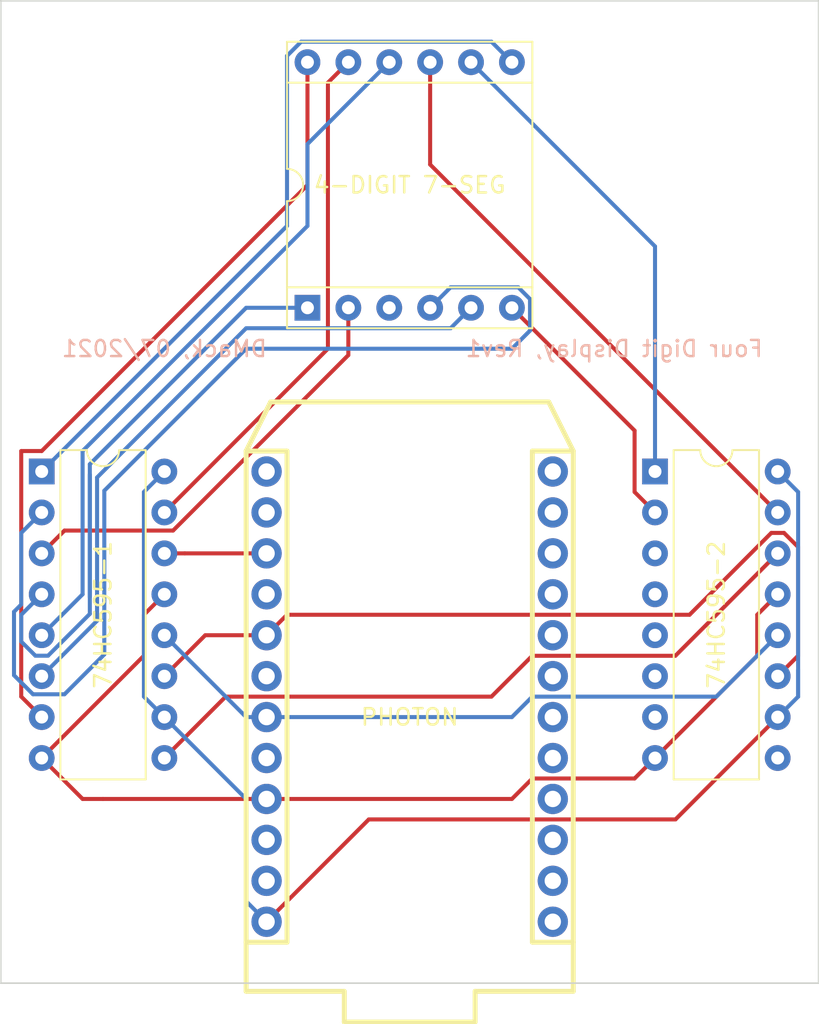
<source format=kicad_pcb>
(kicad_pcb (version 20171130) (host pcbnew "(5.1.6-0-10_14)")

  (general
    (thickness 1.6)
    (drawings 6)
    (tracks 108)
    (zones 0)
    (modules 8)
    (nets 44)
  )

  (page A4)
  (layers
    (0 F.Cu signal)
    (31 B.Cu signal)
    (32 B.Adhes user hide)
    (33 F.Adhes user hide)
    (34 B.Paste user hide)
    (35 F.Paste user hide)
    (36 B.SilkS user)
    (37 F.SilkS user)
    (38 B.Mask user hide)
    (39 F.Mask user hide)
    (40 Dwgs.User user hide)
    (41 Cmts.User user hide)
    (42 Eco1.User user hide)
    (43 Eco2.User user hide)
    (44 Edge.Cuts user)
    (45 Margin user hide)
    (46 B.CrtYd user hide)
    (47 F.CrtYd user)
    (48 B.Fab user)
    (49 F.Fab user hide)
  )

  (setup
    (last_trace_width 0.25)
    (trace_clearance 0.2)
    (zone_clearance 0.508)
    (zone_45_only no)
    (trace_min 0.2)
    (via_size 0.8)
    (via_drill 0.4)
    (via_min_size 0.4)
    (via_min_drill 0.3)
    (uvia_size 0.3)
    (uvia_drill 0.1)
    (uvias_allowed no)
    (uvia_min_size 0.2)
    (uvia_min_drill 0.1)
    (edge_width 0.05)
    (segment_width 0.2)
    (pcb_text_width 0.3)
    (pcb_text_size 1.5 1.5)
    (mod_edge_width 0.12)
    (mod_text_size 1 1)
    (mod_text_width 0.15)
    (pad_size 1.524 1.524)
    (pad_drill 0.762)
    (pad_to_mask_clearance 0.05)
    (aux_axis_origin 0 0)
    (visible_elements FFFFFF7F)
    (pcbplotparams
      (layerselection 0x010fc_ffffffff)
      (usegerberextensions false)
      (usegerberattributes true)
      (usegerberadvancedattributes true)
      (creategerberjobfile true)
      (excludeedgelayer true)
      (linewidth 0.100000)
      (plotframeref false)
      (viasonmask false)
      (mode 1)
      (useauxorigin false)
      (hpglpennumber 1)
      (hpglpenspeed 20)
      (hpglpendiameter 15.000000)
      (psnegative false)
      (psa4output false)
      (plotreference true)
      (plotvalue true)
      (plotinvisibletext false)
      (padsonsilk false)
      (subtractmaskfromsilk false)
      (outputformat 1)
      (mirror false)
      (drillshape 1)
      (scaleselection 1)
      (outputdirectory ""))
  )

  (net 0 "")
  (net 1 "Net-(J1-Pad12)")
  (net 2 "Net-(J1-Pad11)")
  (net 3 "Net-(J1-Pad10)")
  (net 4 "Net-(J1-Pad9)")
  (net 5 "Net-(J1-Pad8)")
  (net 6 "Net-(J1-Pad7)")
  (net 7 "Net-(J1-Pad6)")
  (net 8 "Net-(J1-Pad5)")
  (net 9 "/74HC595(1)")
  (net 10 "Net-(J1-Pad3)")
  (net 11 "Net-(J1-Pad2)")
  (net 12 "Net-(J1-Pad1)")
  (net 13 "Net-(J2-Pad10)")
  (net 14 "Net-(J2-Pad13)")
  (net 15 "Net-(J2-Pad14)")
  (net 16 "Net-(J2-Pad12)")
  (net 17 "Net-(J2-Pad11)")
  (net 18 "Net-(J2-Pad9)")
  (net 19 "Net-(J3-Pad7)")
  (net 20 "Net-(J3-Pad6)")
  (net 21 "Net-(J3-Pad5)")
  (net 22 "Net-(J3-Pad4)")
  (net 23 "Net-(J3-Pad3)")
  (net 24 "Net-(J3-Pad9)")
  (net 25 "Net-(J4-Pad12)")
  (net 26 "Net-(J4-Pad23)")
  (net 27 "Net-(J4-Pad11)")
  (net 28 "Net-(J4-Pad22)")
  (net 29 "Net-(J4-Pad10)")
  (net 30 "Net-(J4-Pad9)")
  (net 31 "Net-(J4-Pad20)")
  (net 32 "Net-(J4-Pad8)")
  (net 33 "Net-(J4-Pad7)")
  (net 34 "Net-(J4-Pad18)")
  (net 35 "Net-(J4-Pad6)")
  (net 36 "Net-(J4-Pad5)")
  (net 37 "Net-(J4-Pad16)")
  (net 38 "Net-(J4-Pad4)")
  (net 39 "Net-(J4-Pad3)")
  (net 40 "Net-(J4-Pad14)")
  (net 41 "Net-(J4-Pad2)")
  (net 42 "Net-(J4-Pad13)")
  (net 43 "Net-(J4-Pad1)")

  (net_class Default "This is the default net class."
    (clearance 0.2)
    (trace_width 0.25)
    (via_dia 0.8)
    (via_drill 0.4)
    (uvia_dia 0.3)
    (uvia_drill 0.1)
    (add_net "/74HC595(1)")
    (add_net "Net-(J1-Pad1)")
    (add_net "Net-(J1-Pad10)")
    (add_net "Net-(J1-Pad11)")
    (add_net "Net-(J1-Pad12)")
    (add_net "Net-(J1-Pad2)")
    (add_net "Net-(J1-Pad3)")
    (add_net "Net-(J1-Pad5)")
    (add_net "Net-(J1-Pad6)")
    (add_net "Net-(J1-Pad7)")
    (add_net "Net-(J1-Pad8)")
    (add_net "Net-(J1-Pad9)")
    (add_net "Net-(J2-Pad10)")
    (add_net "Net-(J2-Pad11)")
    (add_net "Net-(J2-Pad12)")
    (add_net "Net-(J2-Pad13)")
    (add_net "Net-(J2-Pad14)")
    (add_net "Net-(J2-Pad9)")
    (add_net "Net-(J3-Pad3)")
    (add_net "Net-(J3-Pad4)")
    (add_net "Net-(J3-Pad5)")
    (add_net "Net-(J3-Pad6)")
    (add_net "Net-(J3-Pad7)")
    (add_net "Net-(J3-Pad9)")
    (add_net "Net-(J4-Pad1)")
    (add_net "Net-(J4-Pad10)")
    (add_net "Net-(J4-Pad11)")
    (add_net "Net-(J4-Pad12)")
    (add_net "Net-(J4-Pad13)")
    (add_net "Net-(J4-Pad14)")
    (add_net "Net-(J4-Pad16)")
    (add_net "Net-(J4-Pad18)")
    (add_net "Net-(J4-Pad2)")
    (add_net "Net-(J4-Pad20)")
    (add_net "Net-(J4-Pad22)")
    (add_net "Net-(J4-Pad23)")
    (add_net "Net-(J4-Pad3)")
    (add_net "Net-(J4-Pad4)")
    (add_net "Net-(J4-Pad5)")
    (add_net "Net-(J4-Pad6)")
    (add_net "Net-(J4-Pad7)")
    (add_net "Net-(J4-Pad8)")
    (add_net "Net-(J4-Pad9)")
  )

  (module MountingHole:MountingHole_2.5mm (layer F.Cu) (tedit 56D1B4CB) (tstamp 60E34F25)
    (at 152.4 102.87)
    (descr "Mounting Hole 2.5mm, no annular")
    (tags "mounting hole 2.5mm no annular")
    (attr virtual)
    (fp_text reference REF** (at 0 -3.5) (layer F.SilkS) hide
      (effects (font (size 1 1) (thickness 0.15)))
    )
    (fp_text value MountingHole_2.5mm (at 0 3.5) (layer F.Fab)
      (effects (font (size 1 1) (thickness 0.15)))
    )
    (fp_circle (center 0 0) (end 2.5 0) (layer Cmts.User) (width 0.15))
    (fp_circle (center 0 0) (end 2.75 0) (layer F.CrtYd) (width 0.05))
    (fp_text user %R (at 0.3 0) (layer F.Fab)
      (effects (font (size 1 1) (thickness 0.15)))
    )
    (pad 1 np_thru_hole circle (at 0 0) (size 2.5 2.5) (drill 2.5) (layers *.Cu *.Mask))
  )

  (module Package_DIP:DIP-12_W12.70mm_Socket (layer F.Cu) (tedit 60E33EFD) (tstamp 60E3CB61)
    (at 127 67.31 90)
    (descr "12-lead though-hole mounted DIP package, row spacing 12.70 mm (500 mils), Socket")
    (tags "THT DIP DIL PDIP 2.54mm 12.70mm 500mil Socket")
    (path /60C8E57A)
    (fp_text reference "4-DIGIT 7-SEG" (at 7.62 6.35 180) (layer F.SilkS)
      (effects (font (size 1.016 1.016) (thickness 0.1524)))
    )
    (fp_text value Conn_02x06_Counter_Clockwise (at 7.62 16.51 90) (layer F.Fab)
      (effects (font (size 0.75 0.75) (thickness 0.1)))
    )
    (fp_line (start -2.54 -2.54) (end 17.78 -2.54) (layer F.CrtYd) (width 0.12))
    (fp_line (start 16.51 13.97) (end 16.51 -1.27) (layer F.SilkS) (width 0.12))
    (fp_line (start -1.27 -1.27) (end -1.27 13.97) (layer F.SilkS) (width 0.12))
    (fp_line (start 16.51 -1.27) (end 8.62 -1.27) (layer F.SilkS) (width 0.12))
    (fp_line (start 13.97 13.97) (end 13.97 -1.27) (layer F.SilkS) (width 0.12))
    (fp_line (start -1.27 13.97) (end 16.51 13.97) (layer F.SilkS) (width 0.12))
    (fp_line (start 1.27 -1.27) (end 1.27 13.97) (layer F.SilkS) (width 0.12))
    (fp_line (start 6.62 -1.27) (end -1.27 -1.27) (layer F.SilkS) (width 0.12))
    (fp_line (start 16.51 13.97) (end 16.51 -1.27) (layer F.Fab) (width 0.1))
    (fp_line (start -1.27 -1.27) (end -1.27 13.97) (layer F.Fab) (width 0.1))
    (fp_line (start 0 13.97) (end 0 -1.27) (layer F.Fab) (width 0.1))
    (fp_line (start 16.51 13.97) (end -1.27 13.97) (layer F.Fab) (width 0.1))
    (fp_line (start 15.24 -1.27) (end 15.24 13.97) (layer F.Fab) (width 0.1))
    (fp_line (start -1.27 -1.27) (end 16.51 -1.27) (layer F.Fab) (width 0.1))
    (fp_line (start 17.78 -2.54) (end 17.78 15.24) (layer F.CrtYd) (width 0.12))
    (fp_line (start 17.78 15.24) (end -2.54 15.24) (layer F.CrtYd) (width 0.12))
    (fp_line (start -2.54 15.24) (end -2.54 -2.54) (layer F.CrtYd) (width 0.12))
    (fp_text user %R (at 7.62 6.35 90) (layer F.Fab)
      (effects (font (size 1 1) (thickness 0.15)))
    )
    (fp_arc (start 7.62 -1.27) (end 6.62 -1.27) (angle -180) (layer F.SilkS) (width 0.12))
    (pad 12 thru_hole oval (at 15.24 0 90) (size 1.6 1.6) (drill 0.8) (layers *.Cu *.Mask)
      (net 1 "Net-(J1-Pad12)"))
    (pad 11 thru_hole oval (at 15.24 2.54 90) (size 1.6 1.6) (drill 0.8) (layers *.Cu *.Mask)
      (net 2 "Net-(J1-Pad11)"))
    (pad 10 thru_hole oval (at 15.24 5.08 90) (size 1.6 1.6) (drill 0.8) (layers *.Cu *.Mask)
      (net 3 "Net-(J1-Pad10)"))
    (pad 9 thru_hole oval (at 15.24 7.62 90) (size 1.6 1.6) (drill 0.8) (layers *.Cu *.Mask)
      (net 4 "Net-(J1-Pad9)"))
    (pad 8 thru_hole oval (at 15.24 10.16 90) (size 1.6 1.6) (drill 0.8) (layers *.Cu *.Mask)
      (net 5 "Net-(J1-Pad8)"))
    (pad 7 thru_hole oval (at 15.24 12.7 90) (size 1.6 1.6) (drill 0.8) (layers *.Cu *.Mask)
      (net 6 "Net-(J1-Pad7)"))
    (pad 6 thru_hole oval (at 0 12.7 90) (size 1.6 1.6) (drill 0.8) (layers *.Cu *.Mask)
      (net 7 "Net-(J1-Pad6)"))
    (pad 5 thru_hole oval (at 0 10.16 90) (size 1.6 1.6) (drill 0.8) (layers *.Cu *.Mask)
      (net 8 "Net-(J1-Pad5)"))
    (pad 4 thru_hole oval (at 0 7.62 90) (size 1.6 1.6) (drill 0.8) (layers *.Cu *.Mask)
      (net 9 "/74HC595(1)"))
    (pad 3 thru_hole oval (at 0 5.08 90) (size 1.6 1.6) (drill 0.8) (layers *.Cu *.Mask)
      (net 10 "Net-(J1-Pad3)"))
    (pad 2 thru_hole oval (at 0 2.54 90) (size 1.6 1.6) (drill 0.8) (layers *.Cu *.Mask)
      (net 11 "Net-(J1-Pad2)"))
    (pad 1 thru_hole rect (at 0 0 90) (size 1.6 1.6) (drill 0.8) (layers *.Cu *.Mask)
      (net 12 "Net-(J1-Pad1)"))
  )

  (module MountingHole:MountingHole_2.5mm (layer F.Cu) (tedit 56D1B4CB) (tstamp 60CD5429)
    (at 152.4 54.61)
    (descr "Mounting Hole 2.5mm, no annular")
    (tags "mounting hole 2.5mm no annular")
    (attr virtual)
    (fp_text reference REF** (at 0 -3.5) (layer F.SilkS) hide
      (effects (font (size 1 1) (thickness 0.15)))
    )
    (fp_text value MountingHole_2.5mm (at 0 3.5) (layer F.Fab)
      (effects (font (size 1 1) (thickness 0.15)))
    )
    (fp_circle (center 0 0) (end 2.5 0) (layer Cmts.User) (width 0.15))
    (fp_circle (center 0 0) (end 2.75 0) (layer F.CrtYd) (width 0.05))
    (fp_text user %R (at 0.3 0) (layer F.Fab)
      (effects (font (size 1 1) (thickness 0.15)))
    )
    (pad 1 np_thru_hole circle (at 0 0) (size 2.5 2.5) (drill 2.5) (layers *.Cu *.Mask))
  )

  (module MountingHole:MountingHole_2.5mm (layer F.Cu) (tedit 56D1B4CB) (tstamp 60CD5405)
    (at 114.3 54.61)
    (descr "Mounting Hole 2.5mm, no annular")
    (tags "mounting hole 2.5mm no annular")
    (attr virtual)
    (fp_text reference REF** (at 0 -3.5) (layer F.SilkS) hide
      (effects (font (size 1 1) (thickness 0.15)))
    )
    (fp_text value MountingHole_2.5mm (at 0 3.5) (layer F.Fab)
      (effects (font (size 1 1) (thickness 0.15)))
    )
    (fp_circle (center 0 0) (end 2.5 0) (layer Cmts.User) (width 0.15))
    (fp_circle (center 0 0) (end 2.75 0) (layer F.CrtYd) (width 0.05))
    (fp_text user %R (at 0.3 0) (layer F.Fab)
      (effects (font (size 1 1) (thickness 0.15)))
    )
    (pad 1 np_thru_hole circle (at 0 0) (size 2.5 2.5) (drill 2.5) (layers *.Cu *.Mask))
  )

  (module MountingHole:MountingHole_2.5mm (layer F.Cu) (tedit 56D1B4CB) (tstamp 60CD52DD)
    (at 114.3 102.87)
    (descr "Mounting Hole 2.5mm, no annular")
    (tags "mounting hole 2.5mm no annular")
    (attr virtual)
    (fp_text reference REF** (at 0 -3.5) (layer F.SilkS) hide
      (effects (font (size 1 1) (thickness 0.15)))
    )
    (fp_text value MountingHole_2.5mm (at 0 3.5) (layer F.Fab)
      (effects (font (size 1 1) (thickness 0.15)))
    )
    (fp_circle (center 0 0) (end 2.5 0) (layer Cmts.User) (width 0.15))
    (fp_circle (center 0 0) (end 2.75 0) (layer F.CrtYd) (width 0.05))
    (fp_text user %R (at 0.3 0) (layer F.Fab)
      (effects (font (size 1 1) (thickness 0.15)))
    )
    (pad 1 np_thru_hole circle (at 0 0) (size 2.5 2.5) (drill 2.5) (layers *.Cu *.Mask))
  )

  (module Package_DIP:DIP-16_W7.62mm (layer F.Cu) (tedit 5A02E8C5) (tstamp 60CB57BD)
    (at 148.59 77.47)
    (descr "16-lead though-hole mounted DIP package, row spacing 7.62 mm (300 mils)")
    (tags "THT DIP DIL PDIP 2.54mm 7.62mm 300mil")
    (path /60C9AD65)
    (fp_text reference 74HC595-2 (at 3.81 8.89 90) (layer F.SilkS)
      (effects (font (size 1.016 1.016) (thickness 0.1524)))
    )
    (fp_text value Conn_02x08_Counter_Clockwise (at 3.81 20.11) (layer F.Fab)
      (effects (font (size 1 1) (thickness 0.15)))
    )
    (fp_line (start 1.635 -1.27) (end 6.985 -1.27) (layer F.Fab) (width 0.1))
    (fp_line (start 6.985 -1.27) (end 6.985 19.05) (layer F.Fab) (width 0.1))
    (fp_line (start 6.985 19.05) (end 0.635 19.05) (layer F.Fab) (width 0.1))
    (fp_line (start 0.635 19.05) (end 0.635 -0.27) (layer F.Fab) (width 0.1))
    (fp_line (start 0.635 -0.27) (end 1.635 -1.27) (layer F.Fab) (width 0.1))
    (fp_line (start 2.81 -1.33) (end 1.16 -1.33) (layer F.SilkS) (width 0.12))
    (fp_line (start 1.16 -1.33) (end 1.16 19.11) (layer F.SilkS) (width 0.12))
    (fp_line (start 1.16 19.11) (end 6.46 19.11) (layer F.SilkS) (width 0.12))
    (fp_line (start 6.46 19.11) (end 6.46 -1.33) (layer F.SilkS) (width 0.12))
    (fp_line (start 6.46 -1.33) (end 4.81 -1.33) (layer F.SilkS) (width 0.12))
    (fp_line (start -1.1 -1.55) (end -1.1 19.3) (layer F.CrtYd) (width 0.05))
    (fp_line (start -1.1 19.3) (end 8.7 19.3) (layer F.CrtYd) (width 0.05))
    (fp_line (start 8.7 19.3) (end 8.7 -1.55) (layer F.CrtYd) (width 0.05))
    (fp_line (start 8.7 -1.55) (end -1.1 -1.55) (layer F.CrtYd) (width 0.05))
    (fp_text user %R (at 3.81 8.89) (layer F.Fab)
      (effects (font (size 1 1) (thickness 0.15)))
    )
    (fp_arc (start 3.81 -1.33) (end 2.81 -1.33) (angle -180) (layer F.SilkS) (width 0.12))
    (pad 16 thru_hole oval (at 7.62 0) (size 1.6 1.6) (drill 0.8) (layers *.Cu *.Mask)
      (net 13 "Net-(J2-Pad10)"))
    (pad 8 thru_hole oval (at 0 17.78) (size 1.6 1.6) (drill 0.8) (layers *.Cu *.Mask)
      (net 14 "Net-(J2-Pad13)"))
    (pad 15 thru_hole oval (at 7.62 2.54) (size 1.6 1.6) (drill 0.8) (layers *.Cu *.Mask)
      (net 4 "Net-(J1-Pad9)"))
    (pad 7 thru_hole oval (at 0 15.24) (size 1.6 1.6) (drill 0.8) (layers *.Cu *.Mask)
      (net 19 "Net-(J3-Pad7)"))
    (pad 14 thru_hole oval (at 7.62 5.08) (size 1.6 1.6) (drill 0.8) (layers *.Cu *.Mask)
      (net 18 "Net-(J2-Pad9)"))
    (pad 6 thru_hole oval (at 0 12.7) (size 1.6 1.6) (drill 0.8) (layers *.Cu *.Mask)
      (net 20 "Net-(J3-Pad6)"))
    (pad 13 thru_hole oval (at 7.62 7.62) (size 1.6 1.6) (drill 0.8) (layers *.Cu *.Mask)
      (net 14 "Net-(J2-Pad13)"))
    (pad 5 thru_hole oval (at 0 10.16) (size 1.6 1.6) (drill 0.8) (layers *.Cu *.Mask)
      (net 21 "Net-(J3-Pad5)"))
    (pad 12 thru_hole oval (at 7.62 10.16) (size 1.6 1.6) (drill 0.8) (layers *.Cu *.Mask)
      (net 16 "Net-(J2-Pad12)"))
    (pad 4 thru_hole oval (at 0 7.62) (size 1.6 1.6) (drill 0.8) (layers *.Cu *.Mask)
      (net 22 "Net-(J3-Pad4)"))
    (pad 11 thru_hole oval (at 7.62 12.7) (size 1.6 1.6) (drill 0.8) (layers *.Cu *.Mask)
      (net 17 "Net-(J2-Pad11)"))
    (pad 3 thru_hole oval (at 0 5.08) (size 1.6 1.6) (drill 0.8) (layers *.Cu *.Mask)
      (net 23 "Net-(J3-Pad3)"))
    (pad 10 thru_hole oval (at 7.62 15.24) (size 1.6 1.6) (drill 0.8) (layers *.Cu *.Mask)
      (net 13 "Net-(J2-Pad10)"))
    (pad 2 thru_hole oval (at 0 2.54) (size 1.6 1.6) (drill 0.8) (layers *.Cu *.Mask)
      (net 7 "Net-(J1-Pad6)"))
    (pad 9 thru_hole oval (at 7.62 17.78) (size 1.6 1.6) (drill 0.8) (layers *.Cu *.Mask)
      (net 24 "Net-(J3-Pad9)"))
    (pad 1 thru_hole rect (at 0 0) (size 1.6 1.6) (drill 0.8) (layers *.Cu *.Mask)
      (net 5 "Net-(J1-Pad8)"))
    (model ${KISYS3DMOD}/Package_DIP.3dshapes/DIP-16_W7.62mm.wrl
      (at (xyz 0 0 0))
      (scale (xyz 1 1 1))
      (rotate (xyz 0 0 0))
    )
  )

  (module Package_DIP:DIP-16_W7.62mm (layer F.Cu) (tedit 5A02E8C5) (tstamp 60CB5799)
    (at 110.49 77.47)
    (descr "16-lead though-hole mounted DIP package, row spacing 7.62 mm (300 mils)")
    (tags "THT DIP DIL PDIP 2.54mm 7.62mm 300mil")
    (path /60C97E35)
    (fp_text reference 74HC595-1 (at 3.81 8.89 90) (layer F.SilkS)
      (effects (font (size 1.016 1.016) (thickness 0.1524)))
    )
    (fp_text value Conn_02x08_Counter_Clockwise (at 3.81 20.11) (layer F.Fab)
      (effects (font (size 1 1) (thickness 0.15)))
    )
    (fp_line (start 1.635 -1.27) (end 6.985 -1.27) (layer F.Fab) (width 0.1))
    (fp_line (start 6.985 -1.27) (end 6.985 19.05) (layer F.Fab) (width 0.1))
    (fp_line (start 6.985 19.05) (end 0.635 19.05) (layer F.Fab) (width 0.1))
    (fp_line (start 0.635 19.05) (end 0.635 -0.27) (layer F.Fab) (width 0.1))
    (fp_line (start 0.635 -0.27) (end 1.635 -1.27) (layer F.Fab) (width 0.1))
    (fp_line (start 2.81 -1.33) (end 1.16 -1.33) (layer F.SilkS) (width 0.12))
    (fp_line (start 1.16 -1.33) (end 1.16 19.11) (layer F.SilkS) (width 0.12))
    (fp_line (start 1.16 19.11) (end 6.46 19.11) (layer F.SilkS) (width 0.12))
    (fp_line (start 6.46 19.11) (end 6.46 -1.33) (layer F.SilkS) (width 0.12))
    (fp_line (start 6.46 -1.33) (end 4.81 -1.33) (layer F.SilkS) (width 0.12))
    (fp_line (start -1.1 -1.55) (end -1.1 19.3) (layer F.CrtYd) (width 0.05))
    (fp_line (start -1.1 19.3) (end 8.7 19.3) (layer F.CrtYd) (width 0.05))
    (fp_line (start 8.7 19.3) (end 8.7 -1.55) (layer F.CrtYd) (width 0.05))
    (fp_line (start 8.7 -1.55) (end -1.1 -1.55) (layer F.CrtYd) (width 0.05))
    (fp_text user %R (at 3.81 8.89) (layer F.Fab)
      (effects (font (size 1 1) (thickness 0.15)))
    )
    (fp_arc (start 3.81 -1.33) (end 2.81 -1.33) (angle -180) (layer F.SilkS) (width 0.12))
    (pad 16 thru_hole oval (at 7.62 0) (size 1.6 1.6) (drill 0.8) (layers *.Cu *.Mask)
      (net 13 "Net-(J2-Pad10)"))
    (pad 8 thru_hole oval (at 0 17.78) (size 1.6 1.6) (drill 0.8) (layers *.Cu *.Mask)
      (net 14 "Net-(J2-Pad13)"))
    (pad 15 thru_hole oval (at 7.62 2.54) (size 1.6 1.6) (drill 0.8) (layers *.Cu *.Mask)
      (net 2 "Net-(J1-Pad11)"))
    (pad 7 thru_hole oval (at 0 15.24) (size 1.6 1.6) (drill 0.8) (layers *.Cu *.Mask)
      (net 1 "Net-(J1-Pad12)"))
    (pad 14 thru_hole oval (at 7.62 5.08) (size 1.6 1.6) (drill 0.8) (layers *.Cu *.Mask)
      (net 15 "Net-(J2-Pad14)"))
    (pad 6 thru_hole oval (at 0 12.7) (size 1.6 1.6) (drill 0.8) (layers *.Cu *.Mask)
      (net 8 "Net-(J1-Pad5)"))
    (pad 13 thru_hole oval (at 7.62 7.62) (size 1.6 1.6) (drill 0.8) (layers *.Cu *.Mask)
      (net 14 "Net-(J2-Pad13)"))
    (pad 5 thru_hole oval (at 0 10.16) (size 1.6 1.6) (drill 0.8) (layers *.Cu *.Mask)
      (net 3 "Net-(J1-Pad10)"))
    (pad 12 thru_hole oval (at 7.62 10.16) (size 1.6 1.6) (drill 0.8) (layers *.Cu *.Mask)
      (net 16 "Net-(J2-Pad12)"))
    (pad 4 thru_hole oval (at 0 7.62) (size 1.6 1.6) (drill 0.8) (layers *.Cu *.Mask)
      (net 12 "Net-(J1-Pad1)"))
    (pad 11 thru_hole oval (at 7.62 12.7) (size 1.6 1.6) (drill 0.8) (layers *.Cu *.Mask)
      (net 17 "Net-(J2-Pad11)"))
    (pad 3 thru_hole oval (at 0 5.08) (size 1.6 1.6) (drill 0.8) (layers *.Cu *.Mask)
      (net 11 "Net-(J1-Pad2)"))
    (pad 10 thru_hole oval (at 7.62 15.24) (size 1.6 1.6) (drill 0.8) (layers *.Cu *.Mask)
      (net 13 "Net-(J2-Pad10)"))
    (pad 2 thru_hole oval (at 0 2.54) (size 1.6 1.6) (drill 0.8) (layers *.Cu *.Mask)
      (net 9 "/74HC595(1)"))
    (pad 9 thru_hole oval (at 7.62 17.78) (size 1.6 1.6) (drill 0.8) (layers *.Cu *.Mask)
      (net 18 "Net-(J2-Pad9)"))
    (pad 1 thru_hole rect (at 0 0) (size 1.6 1.6) (drill 0.8) (layers *.Cu *.Mask)
      (net 6 "Net-(J1-Pad7)"))
    (model ${KISYS3DMOD}/Package_DIP.3dshapes/DIP-16_W7.62mm.wrl
      (at (xyz 0 0 0))
      (scale (xyz 1 1 1))
      (rotate (xyz 0 0 0))
    )
  )

  (module Particle-Devices:PHOTON (layer F.Cu) (tedit 0) (tstamp 60E3CC8D)
    (at 143.51 72.39 180)
    (path /60C9CA92)
    (fp_text reference PHOTON (at 10.16 -20.32) (layer F.SilkS)
      (effects (font (size 1.016 1.016) (thickness 0.1524)))
    )
    (fp_text value Conn_02x12_Counter_Clockwise (at 7.62 30.27) (layer F.Fab)
      (effects (font (size 1 1) (thickness 0.15)))
    )
    (fp_poly (pts (xy 1.016 -18.034) (xy 1.016 -17.526) (xy 1.524 -17.526) (xy 1.524 -18.034)) (layer F.Fab) (width 0))
    (fp_poly (pts (xy 1.016 -20.574) (xy 1.016 -20.066) (xy 1.524 -20.066) (xy 1.524 -20.574)) (layer F.Fab) (width 0))
    (fp_poly (pts (xy 1.016 -23.114) (xy 1.016 -22.606) (xy 1.524 -22.606) (xy 1.524 -23.114)) (layer F.Fab) (width 0))
    (fp_poly (pts (xy 1.016 -25.654) (xy 1.016 -25.146) (xy 1.524 -25.146) (xy 1.524 -25.654)) (layer F.Fab) (width 0))
    (fp_poly (pts (xy 1.016 -28.194) (xy 1.016 -27.686) (xy 1.524 -27.686) (xy 1.524 -28.194)) (layer F.Fab) (width 0))
    (fp_poly (pts (xy 1.016 -30.734) (xy 1.016 -30.226) (xy 1.524 -30.226) (xy 1.524 -30.734)) (layer F.Fab) (width 0))
    (fp_poly (pts (xy 1.016 -33.274) (xy 1.016 -32.766) (xy 1.524 -32.766) (xy 1.524 -33.274)) (layer F.Fab) (width 0))
    (fp_poly (pts (xy 1.016 -15.494) (xy 1.016 -14.986) (xy 1.524 -14.986) (xy 1.524 -15.494)) (layer F.Fab) (width 0))
    (fp_poly (pts (xy 1.016 -12.954) (xy 1.016 -12.446) (xy 1.524 -12.446) (xy 1.524 -12.954)) (layer F.Fab) (width 0))
    (fp_poly (pts (xy 1.016 -10.414) (xy 1.016 -9.906) (xy 1.524 -9.906) (xy 1.524 -10.414)) (layer F.Fab) (width 0))
    (fp_poly (pts (xy 1.016 -7.874) (xy 1.016 -7.366) (xy 1.524 -7.366) (xy 1.524 -7.874)) (layer F.Fab) (width 0))
    (fp_poly (pts (xy 1.016 -5.334) (xy 1.016 -4.826) (xy 1.524 -4.826) (xy 1.524 -5.334)) (layer F.Fab) (width 0))
    (fp_poly (pts (xy 19.304 -20.066) (xy 19.304 -20.574) (xy 18.796 -20.574) (xy 18.796 -20.066)) (layer F.Fab) (width 0))
    (fp_poly (pts (xy 19.304 -17.526) (xy 19.304 -18.034) (xy 18.796 -18.034) (xy 18.796 -17.526)) (layer F.Fab) (width 0))
    (fp_poly (pts (xy 19.304 -14.986) (xy 19.304 -15.494) (xy 18.796 -15.494) (xy 18.796 -14.986)) (layer F.Fab) (width 0))
    (fp_poly (pts (xy 19.304 -12.446) (xy 19.304 -12.954) (xy 18.796 -12.954) (xy 18.796 -12.446)) (layer F.Fab) (width 0))
    (fp_poly (pts (xy 19.304 -9.906) (xy 19.304 -10.414) (xy 18.796 -10.414) (xy 18.796 -9.906)) (layer F.Fab) (width 0))
    (fp_poly (pts (xy 19.304 -7.366) (xy 19.304 -7.874) (xy 18.796 -7.874) (xy 18.796 -7.366)) (layer F.Fab) (width 0))
    (fp_poly (pts (xy 19.304 -4.826) (xy 19.304 -5.334) (xy 18.796 -5.334) (xy 18.796 -4.826)) (layer F.Fab) (width 0))
    (fp_poly (pts (xy 19.304 -22.606) (xy 19.304 -23.114) (xy 18.796 -23.114) (xy 18.796 -22.606)) (layer F.Fab) (width 0))
    (fp_poly (pts (xy 19.304 -25.146) (xy 19.304 -25.654) (xy 18.796 -25.654) (xy 18.796 -25.146)) (layer F.Fab) (width 0))
    (fp_poly (pts (xy 19.304 -27.686) (xy 19.304 -28.194) (xy 18.796 -28.194) (xy 18.796 -27.686)) (layer F.Fab) (width 0))
    (fp_poly (pts (xy 19.304 -30.226) (xy 19.304 -30.734) (xy 18.796 -30.734) (xy 18.796 -30.226)) (layer F.Fab) (width 0))
    (fp_poly (pts (xy 19.304 -32.766) (xy 19.304 -33.274) (xy 18.796 -33.274) (xy 18.796 -32.766)) (layer F.Fab) (width 0))
    (fp_poly (pts (xy 1.524 2.794) (xy 18.796 2.794) (xy 18.796 -3.81) (xy 1.524 -3.81)) (layer Dwgs.User) (width 0))
    (fp_poly (pts (xy 2.54 -3.81) (xy 17.78 -3.81) (xy 17.78 -6.35) (xy 2.54 -6.35)) (layer Dwgs.User) (width 0))
    (fp_poly (pts (xy 2.54 -3.81) (xy 17.78 -3.81) (xy 17.78 -6.35) (xy 2.54 -6.35)) (layer Dwgs.User) (width 0))
    (fp_poly (pts (xy 1.524 2.794) (xy 18.796 2.794) (xy 18.796 -3.81) (xy 1.524 -3.81)) (layer Dwgs.User) (width 0))
    (fp_line (start 20.32 -34.29) (end 20.32 -37.338) (layer F.SilkS) (width 0.3048))
    (fp_line (start 0 -37.338) (end 0 -34.29) (layer F.SilkS) (width 0.3048))
    (fp_line (start 6.096 -39.243) (end 6.096 -37.338) (layer F.SilkS) (width 0.3048))
    (fp_line (start 14.224 -37.338) (end 14.224 -39.243) (layer F.SilkS) (width 0.3048))
    (fp_line (start 14.224 -39.243) (end 6.096 -39.243) (layer F.SilkS) (width 0.3048))
    (fp_line (start 0 -37.338) (end 6.096 -37.338) (layer F.SilkS) (width 0.3048))
    (fp_line (start 14.224 -37.338) (end 20.32 -37.338) (layer F.SilkS) (width 0.3048))
    (fp_line (start 0 -3.81) (end 1.524 -0.762) (layer F.SilkS) (width 0.3048))
    (fp_line (start 1.524 -0.762) (end 18.796 -0.762) (layer F.SilkS) (width 0.3048))
    (fp_line (start 18.796 -0.762) (end 20.32 -3.81) (layer F.SilkS) (width 0.3048))
    (fp_line (start 0 -34.29) (end 0 -3.81) (layer F.SilkS) (width 0.3048))
    (fp_line (start 0 -3.81) (end 2.54 -3.81) (layer F.SilkS) (width 0.3048))
    (fp_line (start 2.54 -3.81) (end 2.54 -34.29) (layer F.SilkS) (width 0.3048))
    (fp_line (start 2.54 -34.29) (end 0 -34.29) (layer F.SilkS) (width 0.3048))
    (fp_line (start 20.32 -34.29) (end 20.32 -3.81) (layer F.SilkS) (width 0.3048))
    (fp_line (start 20.32 -3.81) (end 17.78 -3.81) (layer F.SilkS) (width 0.3048))
    (fp_line (start 17.78 -34.29) (end 20.32 -34.29) (layer F.SilkS) (width 0.3048))
    (fp_line (start 0 -3.81) (end 1.524 -0.762) (layer F.Fab) (width 0.3048))
    (fp_line (start 1.524 -0.762) (end 18.796 -0.762) (layer F.Fab) (width 0.3048))
    (fp_line (start 18.796 -0.762) (end 20.32 -3.81) (layer F.Fab) (width 0.3048))
    (fp_line (start 2.54 -3.81) (end 1.524 -3.81) (layer F.Fab) (width 0.127))
    (fp_line (start 1.524 -3.81) (end 1.524 2.794) (layer F.Fab) (width 0.127))
    (fp_line (start 1.524 2.794) (end 18.796 2.794) (layer F.Fab) (width 0.127))
    (fp_line (start 18.796 2.794) (end 18.796 -3.81) (layer F.Fab) (width 0.127))
    (fp_line (start 18.796 -3.81) (end 17.78 -3.81) (layer F.Fab) (width 0.127))
    (fp_line (start 17.78 -3.81) (end 17.78 -6.35) (layer F.Fab) (width 0.127))
    (fp_line (start 17.78 -6.35) (end 2.54 -6.35) (layer F.Fab) (width 0.127))
    (fp_line (start 2.54 -6.35) (end 2.54 -3.81) (layer F.Fab) (width 0.127))
    (fp_line (start 17.78 -3.81) (end 17.78 -34.29) (layer F.SilkS) (width 0.3048))
    (fp_line (start 0 -3.81) (end 0 -34.29) (layer F.Fab) (width 0.3048))
    (fp_line (start 0 -34.29) (end 0 -37.338) (layer F.Fab) (width 0.3048))
    (fp_line (start 0 -37.338) (end 6.096 -37.338) (layer F.Fab) (width 0.3048))
    (fp_line (start 6.096 -37.338) (end 6.096 -39.243) (layer F.Fab) (width 0.3048))
    (fp_line (start 6.096 -39.243) (end 14.224 -39.243) (layer F.Fab) (width 0.3048))
    (fp_line (start 14.224 -39.243) (end 14.224 -37.338) (layer F.Fab) (width 0.3048))
    (fp_line (start 14.224 -37.338) (end 20.32 -37.338) (layer F.Fab) (width 0.3048))
    (fp_line (start 20.32 -37.338) (end 20.32 -34.29) (layer F.Fab) (width 0.3048))
    (fp_line (start 20.32 -34.29) (end 20.32 -3.81) (layer F.Fab) (width 0.3048))
    (fp_line (start 0 -34.29) (end 2.54 -34.29) (layer F.Fab) (width 0.3048))
    (fp_line (start 2.54 -34.29) (end 2.54 -3.81) (layer F.Fab) (width 0.3048))
    (fp_line (start 2.54 -3.81) (end 0 -3.81) (layer F.Fab) (width 0.3048))
    (fp_line (start 20.32 -3.81) (end 17.78 -3.81) (layer F.Fab) (width 0.3048))
    (fp_line (start 17.78 -3.81) (end 17.78 -34.29) (layer F.Fab) (width 0.3048))
    (fp_line (start 17.78 -34.29) (end 20.32 -34.29) (layer F.Fab) (width 0.3048))
    (fp_text user %R (at 7.62 13.97) (layer F.Fab)
      (effects (font (size 1 1) (thickness 0.15)))
    )
    (fp_text user 24 (at 16.51 -32.766) (layer F.Fab)
      (effects (font (size 0.57912 0.57912) (thickness 0.048768)) (justify right bottom))
    )
    (fp_text user 13 (at 16.51 -4.826) (layer F.Fab)
      (effects (font (size 0.57912 0.57912) (thickness 0.048768)) (justify right bottom))
    )
    (fp_text user 12 (at 2.794 -4.826) (layer F.Fab)
      (effects (font (size 0.57912 0.57912) (thickness 0.048768)) (justify right bottom))
    )
    (fp_text user 1 (at 2.794 -32.766) (layer F.Fab)
      (effects (font (size 0.57912 0.57912) (thickness 0.048768)) (justify right bottom))
    )
    (fp_text user "GROUND PLANE\nAND SIGNAL KEEP OUT\nRECOMMENDED ON ALL LAYERS" (at 3.302 -1.143) (layer F.Fab)
      (effects (font (size 0.57912 0.57912) (thickness 0.048768)) (justify right bottom))
    )
    (fp_text user 13 (at 19.05 -4.826) (layer F.Fab)
      (effects (font (size 0.57912 0.57912) (thickness 0.048768)) (justify right bottom))
    )
    (pad 24 thru_hole circle (at 19.05 -33.02) (size 1.8796 1.8796) (drill 1.016) (layers *.Cu *.Mask)
      (net 13 "Net-(J2-Pad10)") (solder_mask_margin 0.1016))
    (pad 23 thru_hole circle (at 19.05 -30.48) (size 1.8796 1.8796) (drill 1.016) (layers *.Cu *.Mask)
      (net 26 "Net-(J4-Pad23)") (solder_mask_margin 0.1016))
    (pad 22 thru_hole circle (at 19.05 -27.94) (size 1.8796 1.8796) (drill 1.016) (layers *.Cu *.Mask)
      (net 28 "Net-(J4-Pad22)") (solder_mask_margin 0.1016))
    (pad 21 thru_hole circle (at 19.05 -25.4) (size 1.8796 1.8796) (drill 1.016) (layers *.Cu *.Mask)
      (net 14 "Net-(J2-Pad13)") (solder_mask_margin 0.1016))
    (pad 20 thru_hole circle (at 19.05 -22.86) (size 1.8796 1.8796) (drill 1.016) (layers *.Cu *.Mask)
      (net 31 "Net-(J4-Pad20)") (solder_mask_margin 0.1016))
    (pad 19 thru_hole circle (at 19.05 -20.32) (size 1.8796 1.8796) (drill 1.016) (layers *.Cu *.Mask)
      (net 16 "Net-(J2-Pad12)") (solder_mask_margin 0.1016))
    (pad 18 thru_hole circle (at 19.05 -17.78) (size 1.8796 1.8796) (drill 1.016) (layers *.Cu *.Mask)
      (net 34 "Net-(J4-Pad18)") (solder_mask_margin 0.1016))
    (pad 17 thru_hole circle (at 19.05 -15.24) (size 1.8796 1.8796) (drill 1.016) (layers *.Cu *.Mask)
      (net 17 "Net-(J2-Pad11)") (solder_mask_margin 0.1016))
    (pad 16 thru_hole circle (at 19.05 -12.7) (size 1.8796 1.8796) (drill 1.016) (layers *.Cu *.Mask)
      (net 37 "Net-(J4-Pad16)") (solder_mask_margin 0.1016))
    (pad 15 thru_hole circle (at 19.05 -10.16) (size 1.8796 1.8796) (drill 1.016) (layers *.Cu *.Mask)
      (net 15 "Net-(J2-Pad14)") (solder_mask_margin 0.1016))
    (pad 14 thru_hole circle (at 19.05 -7.62) (size 1.8796 1.8796) (drill 1.016) (layers *.Cu *.Mask)
      (net 40 "Net-(J4-Pad14)") (solder_mask_margin 0.1016))
    (pad 13 thru_hole circle (at 19.05 -5.08) (size 1.8796 1.8796) (drill 1.016) (layers *.Cu *.Mask)
      (net 42 "Net-(J4-Pad13)") (solder_mask_margin 0.1016))
    (pad 12 thru_hole circle (at 1.27 -5.08 180) (size 1.8796 1.8796) (drill 1.016) (layers *.Cu *.Mask)
      (net 25 "Net-(J4-Pad12)") (solder_mask_margin 0.1016))
    (pad 11 thru_hole circle (at 1.27 -7.62 180) (size 1.8796 1.8796) (drill 1.016) (layers *.Cu *.Mask)
      (net 27 "Net-(J4-Pad11)") (solder_mask_margin 0.1016))
    (pad 10 thru_hole circle (at 1.27 -10.16 180) (size 1.8796 1.8796) (drill 1.016) (layers *.Cu *.Mask)
      (net 29 "Net-(J4-Pad10)") (solder_mask_margin 0.1016))
    (pad 9 thru_hole circle (at 1.27 -12.7 180) (size 1.8796 1.8796) (drill 1.016) (layers *.Cu *.Mask)
      (net 30 "Net-(J4-Pad9)") (solder_mask_margin 0.1016))
    (pad 8 thru_hole circle (at 1.27 -15.24 180) (size 1.8796 1.8796) (drill 1.016) (layers *.Cu *.Mask)
      (net 32 "Net-(J4-Pad8)") (solder_mask_margin 0.1016))
    (pad 7 thru_hole circle (at 1.27 -17.78 180) (size 1.8796 1.8796) (drill 1.016) (layers *.Cu *.Mask)
      (net 33 "Net-(J4-Pad7)") (solder_mask_margin 0.1016))
    (pad 6 thru_hole circle (at 1.27 -20.32 180) (size 1.8796 1.8796) (drill 1.016) (layers *.Cu *.Mask)
      (net 35 "Net-(J4-Pad6)") (solder_mask_margin 0.1016))
    (pad 5 thru_hole circle (at 1.27 -22.86 180) (size 1.8796 1.8796) (drill 1.016) (layers *.Cu *.Mask)
      (net 36 "Net-(J4-Pad5)") (solder_mask_margin 0.1016))
    (pad 4 thru_hole circle (at 1.27 -25.4 180) (size 1.8796 1.8796) (drill 1.016) (layers *.Cu *.Mask)
      (net 38 "Net-(J4-Pad4)") (solder_mask_margin 0.1016))
    (pad 3 thru_hole circle (at 1.27 -27.94 180) (size 1.8796 1.8796) (drill 1.016) (layers *.Cu *.Mask)
      (net 39 "Net-(J4-Pad3)") (solder_mask_margin 0.1016))
    (pad 2 thru_hole circle (at 1.27 -30.48 180) (size 1.8796 1.8796) (drill 1.016) (layers *.Cu *.Mask)
      (net 41 "Net-(J4-Pad2)") (solder_mask_margin 0.1016))
    (pad 1 thru_hole circle (at 1.27 -33.02 180) (size 1.8796 1.8796) (drill 1.016) (layers *.Cu *.Mask)
      (net 43 "Net-(J4-Pad1)") (solder_mask_margin 0.1016))
  )

  (gr_text "DMack, 07/2021" (at 118.11 69.85) (layer B.SilkS)
    (effects (font (size 1 1) (thickness 0.15)) (justify mirror))
  )
  (gr_text "Four Digit Display, Rev1" (at 146.05 69.85) (layer B.SilkS)
    (effects (font (size 1 1) (thickness 0.15)) (justify mirror))
  )
  (gr_line (start 158.75 48.26) (end 158.75 109.22) (layer Edge.Cuts) (width 0.1))
  (gr_line (start 107.95 48.26) (end 158.75 48.26) (layer Edge.Cuts) (width 0.1))
  (gr_line (start 107.95 109.22) (end 107.95 48.26) (layer Edge.Cuts) (width 0.1))
  (gr_line (start 158.75 109.22) (end 107.95 109.22) (layer Edge.Cuts) (width 0.1))

  (segment (start 109.22 91.44) (end 110.49 92.71) (width 0.25) (layer F.Cu) (net 1))
  (segment (start 109.22 76.2) (end 110.49 76.2) (width 0.25) (layer F.Cu) (net 1))
  (segment (start 110.49 76.2) (end 124.46 62.23) (width 0.25) (layer F.Cu) (net 1))
  (segment (start 109.22 76.2) (end 109.22 91.44) (width 0.25) (layer F.Cu) (net 1))
  (segment (start 127 52.07) (end 127 59.69) (width 0.25) (layer F.Cu) (net 1))
  (segment (start 127 59.69) (end 124.46 62.23) (width 0.25) (layer F.Cu) (net 1))
  (segment (start 128.27 53.34) (end 129.54 52.07) (width 0.25) (layer F.Cu) (net 2))
  (segment (start 128.27 69.85) (end 128.27 53.34) (width 0.25) (layer F.Cu) (net 2))
  (segment (start 118.11 80.01) (end 128.27 69.85) (width 0.25) (layer F.Cu) (net 2))
  (segment (start 127 62.23) (end 113.03 76.2) (width 0.25) (layer B.Cu) (net 3))
  (segment (start 132.08 52.07) (end 127 57.15) (width 0.25) (layer B.Cu) (net 3))
  (segment (start 127 57.15) (end 127 62.23) (width 0.25) (layer B.Cu) (net 3))
  (segment (start 110.49 87.63) (end 113.03 85.09) (width 0.25) (layer B.Cu) (net 3))
  (segment (start 113.03 85.09) (end 113.03 76.2) (width 0.25) (layer B.Cu) (net 3))
  (segment (start 134.62 58.42) (end 134.62 52.07) (width 0.25) (layer F.Cu) (net 4))
  (segment (start 156.21 80.01) (end 134.62 58.42) (width 0.25) (layer F.Cu) (net 4))
  (segment (start 148.59 63.5) (end 148.59 77.47) (width 0.25) (layer B.Cu) (net 5))
  (segment (start 137.16 52.07) (end 148.59 63.5) (width 0.25) (layer B.Cu) (net 5))
  (segment (start 138.43 50.8) (end 139.7 52.07) (width 0.25) (layer B.Cu) (net 6))
  (segment (start 126.604998 50.8) (end 138.43 50.8) (width 0.25) (layer B.Cu) (net 6))
  (segment (start 125.73 51.674998) (end 126.604998 50.8) (width 0.25) (layer B.Cu) (net 6))
  (segment (start 125.73 62.23) (end 125.73 51.674998) (width 0.25) (layer B.Cu) (net 6))
  (segment (start 125.73 62.23) (end 110.49 77.47) (width 0.25) (layer B.Cu) (net 6))
  (segment (start 148.59 80.01) (end 147.32 78.74) (width 0.25) (layer F.Cu) (net 7))
  (segment (start 147.32 78.74) (end 147.32 74.93) (width 0.25) (layer F.Cu) (net 7))
  (segment (start 147.32 74.93) (end 139.7 67.31) (width 0.25) (layer F.Cu) (net 7))
  (segment (start 123.19 68.58) (end 113.93002 77.83998) (width 0.25) (layer B.Cu) (net 8))
  (segment (start 135.89 68.58) (end 123.19 68.58) (width 0.25) (layer B.Cu) (net 8))
  (segment (start 137.16 67.31) (end 135.89 68.58) (width 0.25) (layer B.Cu) (net 8))
  (segment (start 110.49 90.17) (end 113.93002 86.72998) (width 0.25) (layer B.Cu) (net 8))
  (segment (start 113.93002 86.72998) (end 113.93002 77.83998) (width 0.25) (layer B.Cu) (net 8))
  (segment (start 111.904999 91.295001) (end 109.949999 91.295001) (width 0.25) (layer B.Cu) (net 9))
  (segment (start 135.89 66.04) (end 140.095002 66.04) (width 0.25) (layer B.Cu) (net 9))
  (segment (start 139.7 69.85) (end 123.19 69.85) (width 0.25) (layer B.Cu) (net 9))
  (segment (start 114.38003 88.81997) (end 111.904999 91.295001) (width 0.25) (layer B.Cu) (net 9))
  (segment (start 123.19 69.85) (end 114.38003 78.65997) (width 0.25) (layer B.Cu) (net 9))
  (segment (start 140.825001 68.724999) (end 139.7 69.85) (width 0.25) (layer B.Cu) (net 9))
  (segment (start 114.38003 78.65997) (end 114.38003 88.81997) (width 0.25) (layer B.Cu) (net 9))
  (segment (start 140.095002 66.04) (end 140.825001 66.769999) (width 0.25) (layer B.Cu) (net 9))
  (segment (start 140.825001 66.769999) (end 140.825001 68.724999) (width 0.25) (layer B.Cu) (net 9))
  (segment (start 134.62 67.31) (end 135.89 66.04) (width 0.25) (layer B.Cu) (net 9))
  (segment (start 110.49 80.01) (end 109.22 81.28) (width 0.25) (layer B.Cu) (net 9))
  (segment (start 108.76999 86.1736) (end 108.76999 90.114992) (width 0.25) (layer B.Cu) (net 9))
  (segment (start 109.22 85.72359) (end 108.76999 86.1736) (width 0.25) (layer B.Cu) (net 9))
  (segment (start 108.76999 90.114992) (end 109.949999 91.295001) (width 0.25) (layer B.Cu) (net 9))
  (segment (start 109.22 81.28) (end 109.22 85.72359) (width 0.25) (layer B.Cu) (net 9))
  (segment (start 129.54 70.245002) (end 129.54 67.31) (width 0.25) (layer F.Cu) (net 11))
  (segment (start 118.650001 81.135001) (end 129.54 70.245002) (width 0.25) (layer F.Cu) (net 11))
  (segment (start 111.904999 81.135001) (end 110.49 82.55) (width 0.25) (layer F.Cu) (net 11))
  (segment (start 118.650001 81.135001) (end 111.904999 81.135001) (width 0.25) (layer F.Cu) (net 11))
  (segment (start 127 67.31) (end 123.19 67.31) (width 0.25) (layer B.Cu) (net 12))
  (segment (start 123.19 67.31) (end 113.48001 77.01999) (width 0.25) (layer B.Cu) (net 12))
  (segment (start 113.48001 85.2764) (end 113.48001 77.01999) (width 0.25) (layer B.Cu) (net 12))
  (segment (start 109.22 88.025002) (end 109.22 86.36) (width 0.25) (layer B.Cu) (net 12))
  (segment (start 113.480011 86.304991) (end 110.885002 88.9) (width 0.25) (layer B.Cu) (net 12))
  (segment (start 110.094998 88.9) (end 109.22 88.025002) (width 0.25) (layer B.Cu) (net 12))
  (segment (start 110.885002 88.9) (end 110.094998 88.9) (width 0.25) (layer B.Cu) (net 12))
  (segment (start 109.22 86.36) (end 110.49 85.09) (width 0.25) (layer B.Cu) (net 12))
  (segment (start 113.480011 77.653579) (end 113.480011 86.304991) (width 0.25) (layer B.Cu) (net 12))
  (segment (start 124.46 105.41) (end 130.81 99.06) (width 0.25) (layer F.Cu) (net 13))
  (segment (start 130.81 99.06) (end 148.59 99.06) (width 0.25) (layer F.Cu) (net 13))
  (segment (start 123.19 104.14) (end 124.46 105.41) (width 0.25) (layer B.Cu) (net 13))
  (segment (start 118.11 77.47) (end 116.84 78.74) (width 0.25) (layer B.Cu) (net 13))
  (segment (start 116.84 78.74) (end 116.84 91.44) (width 0.25) (layer B.Cu) (net 13))
  (segment (start 116.84 91.44) (end 118.11 92.71) (width 0.25) (layer B.Cu) (net 13))
  (segment (start 123.19 97.79) (end 123.19 104.14) (width 0.25) (layer B.Cu) (net 13))
  (segment (start 118.11 92.71) (end 123.19 97.79) (width 0.25) (layer B.Cu) (net 13))
  (segment (start 156.21 92.71) (end 149.86 99.06) (width 0.25) (layer F.Cu) (net 13))
  (segment (start 149.86 99.06) (end 148.59 99.06) (width 0.25) (layer F.Cu) (net 13))
  (segment (start 157.48 91.44) (end 156.21 92.71) (width 0.25) (layer B.Cu) (net 13))
  (segment (start 156.21 77.47) (end 157.48 78.74) (width 0.25) (layer B.Cu) (net 13))
  (segment (start 157.48 78.74) (end 157.48 91.44) (width 0.25) (layer B.Cu) (net 13))
  (segment (start 157.48 91.44) (end 157.48 89.774998) (width 0.25) (layer B.Cu) (net 13))
  (segment (start 114.3 97.79) (end 124.46 97.79) (width 0.25) (layer F.Cu) (net 14))
  (segment (start 110.49 95.25) (end 113.03 97.79) (width 0.25) (layer F.Cu) (net 14))
  (segment (start 113.03 97.79) (end 114.3 97.79) (width 0.25) (layer F.Cu) (net 14))
  (segment (start 154.94 88.9) (end 154.94 86.36) (width 0.25) (layer F.Cu) (net 14))
  (segment (start 147.32 96.52) (end 154.94 88.9) (width 0.25) (layer F.Cu) (net 14))
  (segment (start 140.97 96.52) (end 147.32 96.52) (width 0.25) (layer F.Cu) (net 14))
  (segment (start 154.94 86.36) (end 156.21 85.09) (width 0.25) (layer F.Cu) (net 14))
  (segment (start 139.7 97.79) (end 140.97 96.52) (width 0.25) (layer F.Cu) (net 14))
  (segment (start 124.46 97.79) (end 139.7 97.79) (width 0.25) (layer F.Cu) (net 14))
  (segment (start 110.49 95.25) (end 116.84 88.9) (width 0.25) (layer F.Cu) (net 14))
  (segment (start 116.84 88.9) (end 116.84 86.36) (width 0.25) (layer F.Cu) (net 14))
  (segment (start 116.84 86.36) (end 118.11 85.09) (width 0.25) (layer F.Cu) (net 14))
  (segment (start 119.38 82.55) (end 124.46 82.55) (width 0.25) (layer F.Cu) (net 15))
  (segment (start 118.11 82.55) (end 119.38 82.55) (width 0.25) (layer F.Cu) (net 15))
  (segment (start 118.11 87.63) (end 123.19 92.71) (width 0.25) (layer B.Cu) (net 16))
  (segment (start 123.19 92.71) (end 124.46 92.71) (width 0.25) (layer B.Cu) (net 16))
  (segment (start 124.46 92.71) (end 139.7 92.71) (width 0.25) (layer B.Cu) (net 16))
  (segment (start 139.7 92.71) (end 140.97 91.44) (width 0.25) (layer B.Cu) (net 16))
  (segment (start 140.97 91.44) (end 152.4 91.44) (width 0.25) (layer B.Cu) (net 16))
  (segment (start 152.4 91.44) (end 156.21 87.63) (width 0.25) (layer B.Cu) (net 16))
  (segment (start 118.11 90.17) (end 120.65 87.63) (width 0.25) (layer F.Cu) (net 17))
  (segment (start 120.65 87.63) (end 124.46 87.63) (width 0.25) (layer F.Cu) (net 17))
  (segment (start 125.73 86.36) (end 124.46 87.63) (width 0.25) (layer F.Cu) (net 17))
  (segment (start 150.734998 86.36) (end 125.73 86.36) (width 0.25) (layer F.Cu) (net 17))
  (segment (start 156.605002 81.28) (end 155.814998 81.28) (width 0.25) (layer F.Cu) (net 17))
  (segment (start 155.814998 81.28) (end 150.734998 86.36) (width 0.25) (layer F.Cu) (net 17))
  (segment (start 156.605002 81.28) (end 157.48 82.154998) (width 0.25) (layer F.Cu) (net 17))
  (segment (start 157.48 82.154998) (end 157.48 88.9) (width 0.25) (layer F.Cu) (net 17))
  (segment (start 157.48 88.9) (end 156.21 90.17) (width 0.25) (layer F.Cu) (net 17))
  (segment (start 156.21 82.55) (end 149.854801 88.905199) (width 0.25) (layer F.Cu) (net 18))
  (segment (start 140.97 88.9) (end 138.43 91.44) (width 0.25) (layer F.Cu) (net 18))
  (segment (start 140.975199 88.905199) (end 140.97 88.9) (width 0.25) (layer F.Cu) (net 18))
  (segment (start 121.92 91.44) (end 118.11 95.25) (width 0.25) (layer F.Cu) (net 18))
  (segment (start 138.43 91.44) (end 121.92 91.44) (width 0.25) (layer F.Cu) (net 18))
  (segment (start 149.854801 88.905199) (end 140.975199 88.905199) (width 0.25) (layer F.Cu) (net 18))

)

</source>
